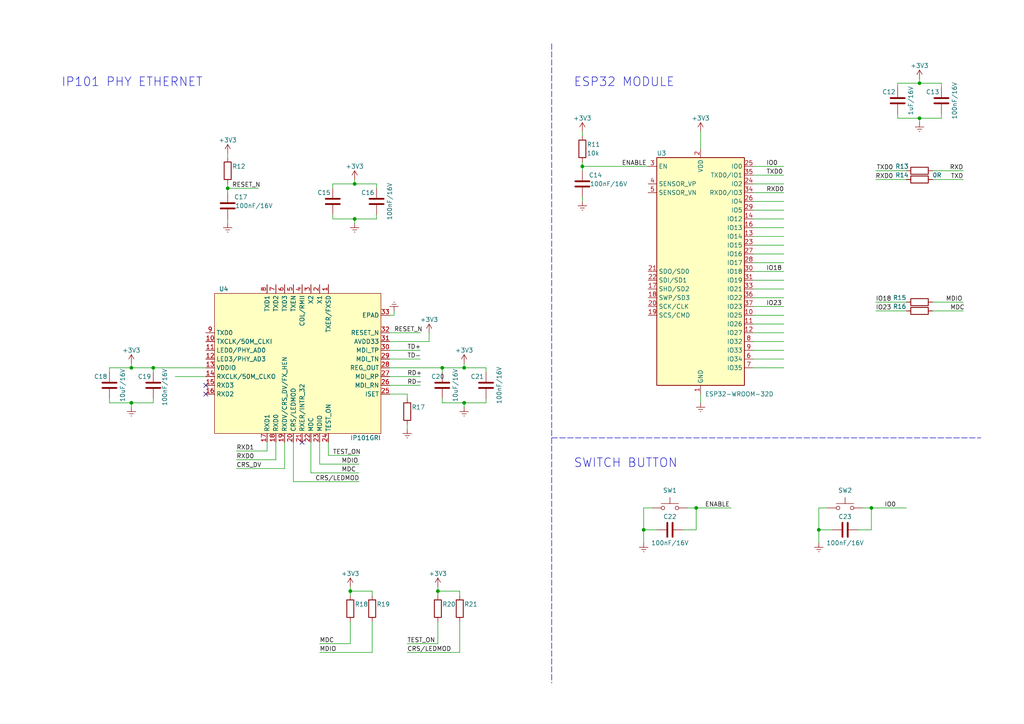
<source format=kicad_sch>
(kicad_sch (version 20211123) (generator eeschema)
  (paper "A4")
  (title_block (title "Módulo Espressif") (date "2022-06-24") (rev "v1.0"))
  (lib_symbols
    (symbol "Alexandre_Library:IP101GR"
      (property "Reference" "U" (at 1.27 1.27 0))
      (property "Value" "IP101GR" (at 5.08 -43.18 0))
      (symbol "IP101GR_0_0"
        (pin output line (at 15.24 -43.18 90) (length 2.54) (name "RXD1") (number "17"))
        (pin output line (at 17.78 -43.18 90) (length 2.54) (name "RXD0") (number "18"))
        (pin output line (at 20.32 -43.18 90) (length 2.54) (name "RXDV/CRS_DV/FX_HEN") (number "19"))
        (pin output line (at 22.86 -43.18 90) (length 2.54) (name "CRS/LEDMOD") (number "20"))
        (pin output line (at 25.4 -43.18 90) (length 2.54) (name "RXER/INTR_32") (number "21"))
        (pin input line (at 27.94 -43.18 90) (length 2.54) (name "MDC") (number "22"))
        (pin bidirectional line (at 30.48 -43.18 90) (length 2.54) (name "MDIO") (number "23"))
        (pin input line (at 33.02 -43.18 90) (length 2.54) (name "TEST_ON") (number "24"))
        (pin bidirectional line (at 50.8 -26.67 180) (length 2.54) (name "MDI_RN") (number "26"))
        (pin bidirectional line (at 50.8 -24.13 180) (length 2.54) (name "MDI_RP") (number "27"))
        (pin power_out line (at 50.8 -21.59 180) (length 2.54) (name "REG_OUT") (number "28"))
        (pin bidirectional line (at 50.8 -19.05 180) (length 2.54) (name "MDI_TN") (number "29"))
        (pin bidirectional line (at 50.8 -16.51 180) (length 2.54) (name "MDI_TP") (number "30"))
        (pin power_in line (at 50.8 -13.97 180) (length 2.54) (name "AVDD33") (number "31"))
        (pin input line (at 50.8 -11.43 180) (length 2.54) (name "RESET_N") (number "32"))
        (pin power_out line (at 50.8 -6.35 180) (length 2.54) (name "EPAD") (number "33"))
      )
      (symbol "IP101GR_0_1"
        (rectangle (start 0 0) (end 48.26 -40.64) (fill (type background)))
      )
      (symbol "IP101GR_1_1"
        (pin input line (at 33.02 2.54 270) (length 2.54) (name "TXER/FXSD") (number "1"))
        (pin bidirectional line (at -2.54 -13.97 0) (length 2.54) (name "TXCLK/50M_CLKI") (number "10"))
        (pin output line (at -2.54 -16.51 0) (length 2.54) (name "LED0/PHY_AD0") (number "11"))
        (pin output line (at -2.54 -19.05 0) (length 2.54) (name "LED3/PHY_AD3") (number "12"))
        (pin power_in line (at -2.54 -21.59 0) (length 2.54) (name "VDDIO") (number "13"))
        (pin output line (at -2.54 -24.13 0) (length 2.54) (name "RXCLK/50M_CLKO") (number "14"))
        (pin output line (at -2.54 -26.67 0) (length 2.54) (name "RXD3") (number "15"))
        (pin output line (at -2.54 -29.21 0) (length 2.54) (name "RXD2") (number "16"))
        (pin input line (at 30.48 2.54 270) (length 2.54) (name "X1") (number "2"))
        (pin input line (at 50.8 -29.21 180) (length 2.54) (name "ISET") (number "25"))
        (pin output line (at 27.94 2.54 270) (length 2.54) (name "X2") (number "3"))
        (pin output line (at 25.4 2.54 270) (length 2.54) (name "COL/RMII") (number "4"))
        (pin input line (at 22.86 2.54 270) (length 2.54) (name "TXEN") (number "5"))
        (pin input line (at 20.32 2.54 270) (length 2.54) (name "TXD3") (number "6"))
        (pin input line (at 17.78 2.54 270) (length 2.54) (name "TXD2") (number "7"))
        (pin input line (at 15.24 2.54 270) (length 2.54) (name "TXD1") (number "8"))
        (pin input line (at -2.54 -11.43 0) (length 2.54) (name "TXD0") (number "9"))
      )
    )
    (symbol "Device:C" (pin_numbers hide) (pin_names (offset 0.254))
      (property "Reference" "C" (at 0.635 2.54 0))
      (property "Value" "C" (at 0.635 -2.54 0))
      (symbol "C_0_1"
        (polyline (pts (xy -2.032 -0.762) (xy 2.032 -0.762)) (stroke (width 0.508)))
        (polyline (pts (xy -2.032 0.762) (xy 2.032 0.762)) (stroke (width 0.508)))
      )
      (symbol "C_1_1"
        (pin passive line (at 0 3.81 270) (length 2.794) (name "~") (number "1"))
        (pin passive line (at 0 -3.81 90) (length 2.794) (name "~") (number "2"))
      )
    )
    (symbol "Device:R" (pin_numbers hide) (pin_names (offset 0))
      (property "Reference" "R" (at 2.032 0 90))
      (property "Value" "R" (at 0 0 90))
      (symbol "R_0_1"
        (rectangle (start -1.016 -2.54) (end 1.016 2.54) (stroke (width 0.254)))
      )
      (symbol "R_1_1"
        (pin passive line (at 0 3.81 270) (length 1.27) (name "~") (number "1"))
        (pin passive line (at 0 -3.81 90) (length 1.27) (name "~") (number "2"))
      )
    )
    (symbol "RF_Module:ESP32-WROOM-32D"
      (property "Reference" "U" (at -12.7 34.29 0))
      (property "Value" "ESP32-WROOM-32D" (at 1.27 34.29 0))
      (symbol "ESP32-WROOM-32D_0_1"
        (rectangle (start -12.7 33.02) (end 12.7 -33.02) (stroke (width 0.254)) (fill (type background)))
      )
      (symbol "ESP32-WROOM-32D_1_1"
        (pin power_in line (at 0 -35.56 90) (length 2.54) (name "GND") (number "1"))
        (pin bidirectional line (at 15.24 -12.7 180) (length 2.54) (name "IO25") (number "10"))
        (pin bidirectional line (at 15.24 -15.24 180) (length 2.54) (name "IO26") (number "11"))
        (pin bidirectional line (at 15.24 -17.78 180) (length 2.54) (name "IO27") (number "12"))
        (pin bidirectional line (at 15.24 10.16 180) (length 2.54) (name "IO14") (number "13"))
        (pin bidirectional line (at 15.24 15.24 180) (length 2.54) (name "IO12") (number "14"))
        (pin passive line (at 0 -35.56 90) (length 2.54) hide (name "GND") (number "15"))
        (pin bidirectional line (at 15.24 12.7 180) (length 2.54) (name "IO13") (number "16"))
        (pin bidirectional line (at -15.24 -5.08 0) (length 2.54) (name "SHD/SD2") (number "17"))
        (pin bidirectional line (at -15.24 -7.62 0) (length 2.54) (name "SWP/SD3") (number "18"))
        (pin bidirectional line (at -15.24 -12.7 0) (length 2.54) (name "SCS/CMD") (number "19"))
        (pin power_in line (at 0 35.56 270) (length 2.54) (name "VDD") (number "2"))
        (pin bidirectional line (at -15.24 -10.16 0) (length 2.54) (name "SCK/CLK") (number "20"))
        (pin bidirectional line (at -15.24 0 0) (length 2.54) (name "SDO/SD0") (number "21"))
        (pin bidirectional line (at -15.24 -2.54 0) (length 2.54) (name "SDI/SD1") (number "22"))
        (pin bidirectional line (at 15.24 7.62 180) (length 2.54) (name "IO15") (number "23"))
        (pin bidirectional line (at 15.24 25.4 180) (length 2.54) (name "IO2") (number "24"))
        (pin bidirectional line (at 15.24 30.48 180) (length 2.54) (name "IO0") (number "25"))
        (pin bidirectional line (at 15.24 20.32 180) (length 2.54) (name "IO4") (number "26"))
        (pin bidirectional line (at 15.24 5.08 180) (length 2.54) (name "IO16") (number "27"))
        (pin bidirectional line (at 15.24 2.54 180) (length 2.54) (name "IO17") (number "28"))
        (pin bidirectional line (at 15.24 17.78 180) (length 2.54) (name "IO5") (number "29"))
        (pin input line (at -15.24 30.48 0) (length 2.54) (name "EN") (number "3"))
        (pin bidirectional line (at 15.24 0 180) (length 2.54) (name "IO18") (number "30"))
        (pin bidirectional line (at 15.24 -2.54 180) (length 2.54) (name "IO19") (number "31"))
        (pin no_connect line (at -12.7 -27.94 0) (length 2.54) hide (name "NC") (number "32"))
        (pin bidirectional line (at 15.24 -5.08 180) (length 2.54) (name "IO21") (number "33"))
        (pin bidirectional line (at 15.24 22.86 180) (length 2.54) (name "RXD0/IO3") (number "34"))
        (pin bidirectional line (at 15.24 27.94 180) (length 2.54) (name "TXD0/IO1") (number "35"))
        (pin bidirectional line (at 15.24 -7.62 180) (length 2.54) (name "IO22") (number "36"))
        (pin bidirectional line (at 15.24 -10.16 180) (length 2.54) (name "IO23") (number "37"))
        (pin passive line (at 0 -35.56 90) (length 2.54) hide (name "GND") (number "38"))
        (pin passive line (at 0 -35.56 90) (length 2.54) hide (name "GND") (number "39"))
        (pin input line (at -15.24 25.4 0) (length 2.54) (name "SENSOR_VP") (number "4"))
        (pin input line (at -15.24 22.86 0) (length 2.54) (name "SENSOR_VN") (number "5"))
        (pin input line (at 15.24 -25.4 180) (length 2.54) (name "IO34") (number "6"))
        (pin input line (at 15.24 -27.94 180) (length 2.54) (name "IO35") (number "7"))
        (pin bidirectional line (at 15.24 -20.32 180) (length 2.54) (name "IO32") (number "8"))
        (pin bidirectional line (at 15.24 -22.86 180) (length 2.54) (name "IO33") (number "9"))
      )
    )
    (symbol "Switch:SW_Push" (pin_numbers hide) (pin_names (offset 1.016) hide)
      (property "Reference" "SW" (at 1.27 2.54 0))
      (property "Value" "SW_Push" (at 0 -1.524 0))
      (symbol "SW_Push_0_1"
        (circle (center -2.032 0) (radius 0.508))
        (polyline (pts (xy 0 1.27) (xy 0 3.048)))
        (polyline (pts (xy 2.54 1.27) (xy -2.54 1.27)))
        (circle (center 2.032 0) (radius 0.508))
        (pin passive line (at -5.08 0 0) (length 2.54) (name "1") (number "1"))
        (pin passive line (at 5.08 0 180) (length 2.54) (name "2") (number "2"))
      )
    )
    (symbol "power:+3.3V" (power) (pin_names (offset 0))
      (property "Value" "+3.3V" (at 0 3.556 0))
      (symbol "+3.3V_0_1"
        (polyline (pts (xy -0.762 1.27) (xy 0 2.54)))
        (polyline (pts (xy 0 0) (xy 0 2.54)))
        (polyline (pts (xy 0 2.54) (xy 0.762 1.27)))
      )
      (symbol "+3.3V_1_1"
        (pin power_in line (at 0 0 90) (length 0) hide (name "+3V3") (number "1"))
      )
    )
    (symbol "power:GNDREF" (power) (pin_names (offset 0))
      (property "Value" "GNDREF" (at 0 -3.81 0))
      (symbol "GNDREF_0_1"
        (polyline (pts (xy -0.635 -1.905) (xy 0.635 -1.905)))
        (polyline (pts (xy -0.127 -2.54) (xy 0.127 -2.54)))
        (polyline (pts (xy 0 -1.27) (xy 0 0)))
        (polyline (pts (xy 1.27 -1.27) (xy -1.27 -1.27)))
      )
      (symbol "GNDREF_1_1"
        (pin power_in line (at 0 0 270) (length 0) hide (name "GNDREF") (number "1"))
      )
    )
  )
  (junction (at 252.73 147.32))
  (junction (at 266.7 24.13))
  (junction (at 102.87 63.5))
  (junction (at 134.62 116.84))
  (junction (at 66.04 54.61))
  (junction (at 237.49 153.67))
  (junction (at 201.93 147.32))
  (junction (at 134.62 106.68))
  (junction (at 38.1 116.84))
  (junction (at 102.87 53.34))
  (junction (at 127 171.45))
  (junction (at 38.1 106.68))
  (junction (at 168.91 48.26))
  (junction (at 186.69 153.67))
  (junction (at 101.6 171.45))
  (junction (at 44.45 106.68))
  (junction (at 266.7 34.29))
  (junction (at 128.27 106.68))
  (no_connect (at 87.63 128.27))
  (no_connect (at 59.69 111.76))
  (no_connect (at 59.69 114.3))
  (wire (pts (xy 218.44 101.6) (xy 227.33 101.6)))
  (wire (pts (xy 31.75 106.68) (xy 38.1 106.68)))
  (wire (pts (xy 218.44 58.42) (xy 227.33 58.42)))
  (wire (pts (xy 237.49 153.67) (xy 241.3 153.67)))
  (wire (pts (xy 128.27 107.95) (xy 128.27 106.68)))
  (wire (pts (xy 113.03 91.44) (xy 114.3 91.44)))
  (wire (pts (xy 113.03 114.3) (xy 118.11 114.3)))
  (wire (pts (xy 218.44 48.26) (xy 227.33 48.26)))
  (wire (pts (xy 102.87 63.5) (xy 109.22 63.5)))
  (wire (pts (xy 113.03 99.06) (xy 124.46 99.06)))
  (wire (pts (xy 168.91 48.26) (xy 168.91 49.53)))
  (wire (pts (xy 85.09 128.27) (xy 85.09 139.7)))
  (wire (pts (xy 250.19 147.32) (xy 252.73 147.32)))
  (wire (pts (xy 118.11 186.69) (xy 127 186.69)))
  (wire (pts (xy 133.35 171.45) (xy 127 171.45)))
  (wire (pts (xy 252.73 153.67) (xy 252.73 147.32)))
  (wire (pts (xy 68.58 135.89) (xy 82.55 135.89)))
  (wire (pts (xy 260.35 25.4) (xy 260.35 24.13)))
  (wire (pts (xy 168.91 46.99) (xy 168.91 48.26)))
  (wire (pts (xy 218.44 96.52) (xy 227.33 96.52)))
  (wire (pts (xy 95.25 132.08) (xy 104.14 132.08)))
  (wire (pts (xy 96.52 53.34) (xy 102.87 53.34)))
  (wire (pts (xy 96.52 63.5) (xy 102.87 63.5)))
  (wire (pts (xy 38.1 116.84) (xy 44.45 116.84)))
  (wire (pts (xy 66.04 44.45) (xy 66.04 45.72)))
  (wire (pts (xy 218.44 86.36) (xy 227.33 86.36)))
  (wire (pts (xy 38.1 105.41) (xy 38.1 106.68)))
  (wire (pts (xy 134.62 116.84) (xy 140.97 116.84)))
  (wire (pts (xy 96.52 62.23) (xy 96.52 63.5)))
  (wire (pts (xy 218.44 104.14) (xy 227.33 104.14)))
  (wire (pts (xy 218.44 73.66) (xy 227.33 73.66)))
  (wire (pts (xy 248.92 153.67) (xy 252.73 153.67)))
  (wire (pts (xy 90.17 137.16) (xy 104.14 137.16)))
  (wire (pts (xy 101.6 170.18) (xy 101.6 171.45)))
  (wire (pts (xy 59.69 109.22) (xy 50.8 109.22)))
  (polyline (pts (xy 160.02 12.7) (xy 160.02 198.12)))
  (wire (pts (xy 124.46 96.52) (xy 124.46 99.06)))
  (wire (pts (xy 118.11 189.23) (xy 133.35 189.23)))
  (wire (pts (xy 92.71 189.23) (xy 107.95 189.23)))
  (wire (pts (xy 186.69 153.67) (xy 190.5 153.67)))
  (wire (pts (xy 218.44 83.82) (xy 227.33 83.82)))
  (wire (pts (xy 273.05 25.4) (xy 273.05 24.13)))
  (wire (pts (xy 218.44 76.2) (xy 227.33 76.2)))
  (wire (pts (xy 218.44 71.12) (xy 227.33 71.12)))
  (wire (pts (xy 218.44 60.96) (xy 227.33 60.96)))
  (wire (pts (xy 260.35 33.02) (xy 260.35 34.29)))
  (wire (pts (xy 44.45 106.68) (xy 59.69 106.68)))
  (wire (pts (xy 38.1 116.84) (xy 38.1 118.11)))
  (wire (pts (xy 68.58 133.35) (xy 80.01 133.35)))
  (wire (pts (xy 201.93 153.67) (xy 201.93 147.32)))
  (wire (pts (xy 68.58 130.81) (xy 77.47 130.81)))
  (wire (pts (xy 140.97 107.95) (xy 140.97 106.68)))
  (wire (pts (xy 237.49 147.32) (xy 237.49 153.67)))
  (wire (pts (xy 113.03 96.52) (xy 121.92 96.52)))
  (wire (pts (xy 262.89 52.07) (xy 254 52.07)))
  (wire (pts (xy 134.62 105.41) (xy 134.62 106.68)))
  (wire (pts (xy 109.22 53.34) (xy 102.87 53.34)))
  (wire (pts (xy 44.45 106.68) (xy 38.1 106.68)))
  (wire (pts (xy 92.71 134.62) (xy 104.14 134.62)))
  (wire (pts (xy 260.35 24.13) (xy 266.7 24.13)))
  (wire (pts (xy 82.55 128.27) (xy 82.55 135.89)))
  (wire (pts (xy 92.71 128.27) (xy 92.71 134.62)))
  (wire (pts (xy 201.93 147.32) (xy 212.09 147.32)))
  (wire (pts (xy 31.75 115.57) (xy 31.75 116.84)))
  (wire (pts (xy 85.09 139.7) (xy 104.14 139.7)))
  (wire (pts (xy 113.03 106.68) (xy 128.27 106.68)))
  (wire (pts (xy 273.05 33.02) (xy 273.05 34.29)))
  (wire (pts (xy 273.05 24.13) (xy 266.7 24.13)))
  (wire (pts (xy 218.44 78.74) (xy 227.33 78.74)))
  (wire (pts (xy 113.03 104.14) (xy 121.92 104.14)))
  (wire (pts (xy 107.95 171.45) (xy 101.6 171.45)))
  (wire (pts (xy 203.2 38.1) (xy 203.2 43.18)))
  (wire (pts (xy 133.35 180.34) (xy 133.35 189.23)))
  (wire (pts (xy 189.23 147.32) (xy 186.69 147.32)))
  (wire (pts (xy 270.51 49.53) (xy 279.4 49.53)))
  (wire (pts (xy 168.91 57.15) (xy 168.91 58.42)))
  (wire (pts (xy 252.73 147.32) (xy 262.89 147.32)))
  (wire (pts (xy 140.97 115.57) (xy 140.97 116.84)))
  (wire (pts (xy 113.03 101.6) (xy 121.92 101.6)))
  (wire (pts (xy 168.91 48.26) (xy 187.96 48.26)))
  (wire (pts (xy 113.03 111.76) (xy 121.92 111.76)))
  (wire (pts (xy 240.03 147.32) (xy 237.49 147.32)))
  (wire (pts (xy 218.44 106.68) (xy 227.33 106.68)))
  (wire (pts (xy 31.75 107.95) (xy 31.75 106.68)))
  (wire (pts (xy 96.52 54.61) (xy 96.52 53.34)))
  (wire (pts (xy 107.95 180.34) (xy 107.95 189.23)))
  (wire (pts (xy 186.69 153.67) (xy 186.69 157.48)))
  (wire (pts (xy 107.95 172.72) (xy 107.95 171.45)))
  (wire (pts (xy 218.44 99.06) (xy 227.33 99.06)))
  (wire (pts (xy 186.69 147.32) (xy 186.69 153.67)))
  (wire (pts (xy 118.11 114.3) (xy 118.11 115.57)))
  (polyline (pts (xy 160.02 127) (xy 284.48 127)))
  (wire (pts (xy 133.35 172.72) (xy 133.35 171.45)))
  (wire (pts (xy 92.71 186.69) (xy 101.6 186.69)))
  (wire (pts (xy 31.75 116.84) (xy 38.1 116.84)))
  (wire (pts (xy 218.44 63.5) (xy 227.33 63.5)))
  (wire (pts (xy 77.47 128.27) (xy 77.47 130.81)))
  (wire (pts (xy 218.44 55.88) (xy 227.33 55.88)))
  (wire (pts (xy 218.44 53.34) (xy 227.33 53.34)))
  (wire (pts (xy 128.27 115.57) (xy 128.27 116.84)))
  (wire (pts (xy 270.51 52.07) (xy 279.4 52.07)))
  (wire (pts (xy 101.6 180.34) (xy 101.6 186.69)))
  (wire (pts (xy 127 171.45) (xy 127 172.72)))
  (wire (pts (xy 266.7 34.29) (xy 273.05 34.29)))
  (wire (pts (xy 109.22 54.61) (xy 109.22 53.34)))
  (wire (pts (xy 168.91 38.1) (xy 168.91 39.37)))
  (wire (pts (xy 102.87 63.5) (xy 102.87 64.77)))
  (wire (pts (xy 218.44 93.98) (xy 227.33 93.98)))
  (wire (pts (xy 90.17 128.27) (xy 90.17 137.16)))
  (wire (pts (xy 66.04 54.61) (xy 66.04 55.88)))
  (wire (pts (xy 102.87 52.07) (xy 102.87 53.34)))
  (wire (pts (xy 266.7 34.29) (xy 266.7 35.56)))
  (wire (pts (xy 218.44 50.8) (xy 227.33 50.8)))
  (wire (pts (xy 101.6 171.45) (xy 101.6 172.72)))
  (wire (pts (xy 128.27 116.84) (xy 134.62 116.84)))
  (wire (pts (xy 44.45 107.95) (xy 44.45 106.68)))
  (wire (pts (xy 66.04 54.61) (xy 74.93 54.61)))
  (wire (pts (xy 113.03 109.22) (xy 121.92 109.22)))
  (wire (pts (xy 262.89 49.53) (xy 254 49.53)))
  (wire (pts (xy 266.7 22.86) (xy 266.7 24.13)))
  (wire (pts (xy 118.11 123.19) (xy 118.11 124.46)))
  (wire (pts (xy 127 170.18) (xy 127 171.45)))
  (wire (pts (xy 218.44 66.04) (xy 227.33 66.04)))
  (wire (pts (xy 109.22 62.23) (xy 109.22 63.5)))
  (wire (pts (xy 203.2 114.3) (xy 203.2 116.84)))
  (wire (pts (xy 140.97 106.68) (xy 134.62 106.68)))
  (wire (pts (xy 270.51 87.63) (xy 279.4 87.63)))
  (wire (pts (xy 270.51 90.17) (xy 279.4 90.17)))
  (wire (pts (xy 237.49 153.67) (xy 237.49 157.48)))
  (wire (pts (xy 66.04 53.34) (xy 66.04 54.61)))
  (wire (pts (xy 260.35 34.29) (xy 266.7 34.29)))
  (wire (pts (xy 66.04 63.5) (xy 66.04 64.77)))
  (wire (pts (xy 218.44 91.44) (xy 227.33 91.44)))
  (wire (pts (xy 218.44 88.9) (xy 227.33 88.9)))
  (wire (pts (xy 80.01 128.27) (xy 80.01 133.35)))
  (wire (pts (xy 127 180.34) (xy 127 186.69)))
  (wire (pts (xy 44.45 115.57) (xy 44.45 116.84)))
  (wire (pts (xy 114.3 91.44) (xy 114.3 90.17)))
  (wire (pts (xy 128.27 106.68) (xy 134.62 106.68)))
  (wire (pts (xy 134.62 116.84) (xy 134.62 118.11)))
  (wire (pts (xy 218.44 81.28) (xy 227.33 81.28)))
  (wire (pts (xy 254 90.17) (xy 262.89 90.17)))
  (wire (pts (xy 199.39 147.32) (xy 201.93 147.32)))
  (wire (pts (xy 254 87.63) (xy 262.89 87.63)))
  (wire (pts (xy 198.12 153.67) (xy 201.93 153.67)))
  (wire (pts (xy 95.25 128.27) (xy 95.25 132.08)))
  (wire (pts (xy 218.44 68.58) (xy 227.33 68.58)))
  (text "SWITCH BUTTON" (at 166.37 135.89 0) (effects (font (size 2.54 2.54)) (justify left bottom)))
  (text "ESP32 MODULE" (at 166.37 25.4 0) (effects (font (size 2.54 2.54)) (justify left bottom)))
  (text "IP101 PHY ETHERNET" (at 17.78 25.4 0) (effects (font (size 2.54 2.54)) (justify left bottom)))
  (label "IO0" (at 222.25 48.26 0))
  (label "RXD1" (at 68.58 130.81 0))
  (label "IO0" (at 256.54 147.32 0))
  (label "TXD0" (at 259.08 49.53 180))
  (label "CRS{slash}LEDMOD" (at 118.11 189.23 0))
  (label "MDC" (at 275.59 90.17 0))
  (label "MDIO" (at 274.32 87.63 0))
  (label "IO23" (at 222.25 88.9 0))
  (label "RESET_N" (at 67.31 54.61 0))
  (label "RD+" (at 118.11 109.22 0))
  (label "TXD0" (at 222.25 50.8 0))
  (label "TEST_ON" (at 118.11 186.69 0))
  (label "ENABLE" (at 180.34 48.26 0))
  (label "RXD0" (at 222.25 55.88 0))
  (label "TD+" (at 118.11 101.6 0))
  (label "MDIO" (at 92.71 189.23 0))
  (label "MDC" (at 99.06 137.16 0))
  (label "MDC" (at 92.71 186.69 0))
  (label "RXD" (at 279.4 49.53 180))
  (label "TXD" (at 279.4 52.07 180))
  (label "ENABLE" (at 204.47 147.32 0))
  (label "RD-" (at 118.11 111.76 0))
  (label "CRS_DV" (at 68.58 135.89 0))
  (label "IO18" (at 222.25 78.74 0))
  (label "TD-" (at 118.11 104.14 0))
  (label "RXD0" (at 259.08 52.07 180))
  (label "MDIO" (at 99.06 134.62 0))
  (label "IO18" (at 254 87.63 0))
  (label "RESET_N" (at 114.3 96.52 0))
  (label "RXD0" (at 68.58 133.35 0))
  (label "TEST_ON" (at 96.52 132.08 0))
  (label "CRS{slash}LEDMOD" (at 91.44 139.7 0))
  (label "IO23" (at 254 90.17 0))
  (symbol (lib_id "Device:C") (at 245.11 153.67 270) (unit 1)
    (property "Reference" "C23" (at 245.11 149.86 90))
    (property "Value" "100nF/16V" (at 245.11 157.48 90))
    (property "Footprint" "Capacitor_SMD:C_0402_1005Metric_Pad0.74x0.62mm_HandSolder" (effects hide))
  )
  (symbol (lib_id "power:GNDREF") (at 114.3 90.17 180) (unit 1)
    (property "Reference" "#PWR041" (effects hide))
    (property "Value" "GNDREF" (effects hide))
  )
  (symbol (lib_id "Device:R") (at 266.7 49.53 270) (unit 1)
    (property "Reference" "R13" (at 261.62 48.26 90))
  )
  (symbol (lib_id "Switch:SW_Push") (at 245.11 147.32 0) (unit 1)
    (property "Reference" "SW2" (at 245.11 142.24 0))
    (property "Value" "SW_Push" (effects hide))
    (property "Footprint" "Button_Switch_SMD:SW_SPST_CK_RS282G05A3" (effects hide))
  )
  (symbol (lib_id "Device:C") (at 260.35 29.21 180) (unit 1)
    (property "Reference" "C12" (at 257.81 26.67 0))
    (property "Value" "1uF/16V" (at 264.16 29.21 90))
    (property "Footprint" "Capacitor_SMD:C_0603_1608Metric_Pad1.08x0.95mm_HandSolder" (effects hide))
  )
  (symbol (lib_id "Device:C") (at 194.31 153.67 270) (unit 1)
    (property "Reference" "C22" (at 194.31 149.86 90))
    (property "Value" "100nF/16V" (at 194.31 157.48 90))
    (property "Footprint" "Capacitor_SMD:C_0402_1005Metric_Pad0.74x0.62mm_HandSolder" (effects hide))
  )
  (symbol (lib_id "Device:R") (at 66.04 49.53 0) (unit 1)
    (property "Reference" "R12" (at 67.31 48.26 0) (effects (justify left)))
  )
  (symbol (lib_id "power:GNDREF") (at 186.69 157.48 0) (unit 1)
    (property "Reference" "#PWR049" (effects hide))
    (property "Value" "GNDREF" (effects hide))
  )
  (symbol (lib_id "power:+3.3V") (at 102.87 52.07 0) (unit 1)
    (property "Reference" "#PWR037" (effects hide))
    (property "Value" "+3.3V" (at 102.87 48.26 0))
  )
  (symbol (lib_id "power:+3.3V") (at 127 170.18 0) (unit 1)
    (property "Reference" "#PWR052" (effects hide))
    (property "Value" "+3.3V" (at 127 166.37 0))
  )
  (symbol (lib_id "power:GNDREF") (at 102.87 64.77 0) (unit 1)
    (property "Reference" "#PWR040" (effects hide))
    (property "Value" "GNDREF" (effects hide))
  )
  (symbol (lib_id "Device:C") (at 168.91 53.34 180) (unit 1)
    (property "Reference" "C14" (at 172.72 50.8 0))
    (property "Value" "100nF/16V" (at 176.53 53.34 0))
    (property "Footprint" "Capacitor_SMD:C_0402_1005Metric_Pad0.74x0.62mm_HandSolder" (effects hide))
  )
  (symbol (lib_id "Device:C") (at 44.45 111.76 180) (unit 1)
    (property "Reference" "C19" (at 41.91 109.22 0))
    (property "Value" "100nF/16V" (at 47.7855 112.315 90))
    (property "Footprint" "Capacitor_SMD:C_0402_1005Metric_Pad0.74x0.62mm_HandSolder" (effects hide))
  )
  (symbol (lib_id "Device:R") (at 107.95 176.53 0) (unit 1)
    (property "Reference" "R19" (at 109.22 175.26 0) (effects (justify left)))
  )
  (symbol (lib_id "power:+3.3V") (at 168.91 38.1 0) (unit 1)
    (property "Reference" "#PWR034" (effects hide))
    (property "Value" "+3.3V" (at 168.91 34.29 0))
  )
  (symbol (lib_id "power:GNDREF") (at 38.1 118.11 0) (unit 1)
    (property "Reference" "#PWR046" (effects hide))
    (property "Value" "GNDREF" (effects hide))
  )
  (symbol (lib_id "Device:C") (at 109.22 58.42 180) (unit 1)
    (property "Reference" "C16" (at 106.68 55.88 0))
    (property "Value" "100nF/16V" (at 113.03 58.42 90))
    (property "Footprint" "Capacitor_SMD:C_0402_1005Metric_Pad0.74x0.62mm_HandSolder" (effects hide))
  )
  (symbol (lib_id "Device:R") (at 133.35 176.53 0) (unit 1)
    (property "Reference" "R21" (at 134.62 175.26 0) (effects (justify left)))
  )
  (symbol (lib_id "Device:R") (at 118.11 119.38 0) (unit 1)
    (property "Reference" "R17" (at 119.38 118.11 0) (effects (justify left)))
  )
  (symbol (lib_id "Device:C") (at 128.27 111.76 180) (unit 1)
    (property "Reference" "C20" (at 127 109.22 0))
    (property "Value" "10uF/16V" (at 132.08 111.76 90))
    (property "Footprint" "Capacitor_SMD:C_0603_1608Metric_Pad1.08x0.95mm_HandSolder" (effects hide))
  )
  (symbol (lib_id "power:GNDREF") (at 66.04 64.77 0) (unit 1)
    (property "Reference" "#PWR039" (effects hide))
    (property "Value" "GNDREF" (effects hide))
  )
  (symbol (lib_id "power:+3.3V") (at 266.7 22.86 0) (unit 1)
    (property "Reference" "#PWR032" (effects hide))
    (property "Value" "+3.3V" (at 266.7 19.05 0))
  )
  (symbol (lib_id "Device:C") (at 96.52 58.42 180) (unit 1)
    (property "Reference" "C15" (at 93.98 55.88 0))
  )
  (symbol (lib_id "Device:R") (at 127 176.53 0) (unit 1)
    (property "Reference" "R20" (at 128.27 175.26 0) (effects (justify left)))
  )
  (symbol (lib_id "Device:R") (at 266.7 90.17 90) (unit 1)
    (property "Reference" "R16" (at 262.89 88.9 90) (effects (justify left)))
  )
  (symbol (lib_id "Device:R") (at 266.7 87.63 90) (unit 1)
    (property "Reference" "R15" (at 262.89 86.36 90) (effects (justify left)))
  )
  (symbol (lib_id "power:GNDREF") (at 266.7 35.56 0) (unit 1)
    (property "Reference" "#PWR033" (effects hide))
    (property "Value" "GNDREF" (effects hide))
  )
  (symbol (lib_id "Device:R") (at 168.91 43.18 0) (unit 1)
    (property "Reference" "R11" (at 170.18 41.91 0) (effects (justify left)))
    (property "Value" "10k" (at 170.18 44.45 0) (effects (justify left)))
  )
  (symbol (lib_id "power:+3.3V") (at 101.6 170.18 0) (unit 1)
    (property "Reference" "#PWR051" (effects hide))
    (property "Value" "+3.3V" (at 101.6 166.37 0))
  )
  (symbol (lib_id "power:GNDREF") (at 118.11 124.46 0) (unit 1)
    (property "Reference" "#PWR048" (effects hide))
    (property "Value" "GNDREF" (effects hide))
  )
  (symbol (lib_id "power:+3.3V") (at 134.62 105.41 0) (unit 1)
    (property "Reference" "#PWR044" (effects hide))
    (property "Value" "+3.3V" (at 134.62 101.6 0))
  )
  (symbol (lib_id "Device:C") (at 66.04 59.69 180) (unit 1)
    (property "Reference" "C17" (at 69.85 57.15 0))
    (property "Value" "100nF/16V" (at 73.66 59.69 0))
    (property "Footprint" "Capacitor_SMD:C_0402_1005Metric_Pad0.74x0.62mm_HandSolder" (effects hide))
  )
  (symbol (lib_id "power:+3.3V") (at 38.1 105.41 0) (unit 1)
    (property "Reference" "#PWR043" (effects hide))
    (property "Value" "+3.3V" (at 38.1 101.6 0))
  )
  (symbol (lib_id "Device:R") (at 101.6 176.53 0) (unit 1)
    (property "Reference" "R18" (at 102.87 175.26 0) (effects (justify left)))
  )
  (symbol (lib_id "Device:C") (at 140.97 111.76 180) (unit 1)
    (property "Reference" "C21" (at 138.43 109.22 0))
    (property "Value" "100nF/16V" (at 144.78 111.76 90))
    (property "Footprint" "Capacitor_SMD:C_0402_1005Metric_Pad0.74x0.62mm_HandSolder" (effects hide))
  )
  (symbol (lib_id "Device:R") (at 266.7 52.07 270) (unit 1)
    (property "Reference" "R14" (at 261.62 50.8 90))
    (property "Value" "0R" (at 271.78 50.8 90))
    (property "Footprint" "Resistor_SMD:R_0402_1005Metric_Pad0.72x0.64mm_HandSolder" (effects hide))
  )
  (symbol (lib_id "power:GNDREF") (at 168.91 58.42 0) (unit 1)
    (property "Reference" "#PWR038" (effects hide))
    (property "Value" "GNDREF" (effects hide))
  )
  (symbol (lib_id "power:+3.3V") (at 66.04 44.45 0) (unit 1)
    (property "Reference" "#PWR036" (effects hide))
    (property "Value" "+3.3V" (at 66.04 40.64 0))
  )
  (symbol (lib_id "power:GNDREF") (at 134.62 118.11 0) (unit 1)
    (property "Reference" "#PWR047" (effects hide))
    (property "Value" "GNDREF" (effects hide))
  )
  (symbol (lib_id "power:+3.3V") (at 124.46 96.52 0) (unit 1)
    (property "Reference" "#PWR042" (effects hide))
    (property "Value" "+3.3V" (at 124.46 92.71 0))
  )
  (symbol (lib_id "power:GNDREF") (at 203.2 116.84 0) (unit 1)
    (property "Reference" "#PWR045" (effects hide))
    (property "Value" "GNDREF" (effects hide))
  )
  (symbol (lib_id "Alexandre_Library:IP101GR") (at 62.23 85.09 0) (unit 1)
    (property "Reference" "U4" (at 63.5 83.82 0) (effects (justify left)))
    (property "Value" "IP101GRI" (at 101.6 127 0) (effects (justify left)))
    (property "Footprint" "Package_DFN_QFN:QFN-32-1EP_4x4mm_P0.4mm_EP2.9x2.9mm_ThermalVias" (effects hide))
  )
  (symbol (lib_id "power:GNDREF") (at 237.49 157.48 0) (unit 1)
    (property "Reference" "#PWR050" (effects hide))
    (property "Value" "GNDREF" (effects hide))
  )
  (symbol (lib_id "Device:C") (at 31.75 111.76 180) (unit 1)
    (property "Reference" "C18" (at 29.21 109.22 0))
    (property "Value" "10uF/16V" (at 35.56 111.76 90))
    (property "Footprint" "Capacitor_SMD:C_0603_1608Metric_Pad1.08x0.95mm_HandSolder" (effects hide))
  )
  (symbol (lib_id "power:+3.3V") (at 203.2 38.1 0) (unit 1)
    (property "Reference" "#PWR035" (effects hide))
    (property "Value" "+3.3V" (at 203.2 34.29 0))
  )
  (symbol (lib_id "Switch:SW_Push") (at 194.31 147.32 0) (unit 1)
    (property "Reference" "SW1" (at 194.31 142.24 0))
    (property "Value" "SW_Push" (effects hide))
    (property "Footprint" "Button_Switch_SMD:SW_SPST_CK_RS282G05A3" (effects hide))
  )
  (symbol (lib_id "Device:C") (at 273.05 29.21 180) (unit 1)
    (property "Reference" "C13" (at 270.51 26.67 0))
    (property "Value" "100nF/16V" (at 276.86 29.21 90))
    (property "Footprint" "Capacitor_SMD:C_0402_1005Metric_Pad0.74x0.62mm_HandSolder" (effects hide))
  )
  (symbol (lib_id "RF_Module:ESP32-WROOM-32D") (at 203.2 78.74 0) (unit 1)
    (property "Reference" "U3" (at 190.5 44.45 0) (effects (justify left)))
    (property "Value" "ESP32-WROOM-32D" (at 204.47 114.3 0) (effects (justify left)))
    (property "Footprint" "RF_Module:ESP32-WROOM-32" (effects hide))
    (property "Datasheet" "https://www.espressif.com/sites/default/files/documentation/esp32-wroom-32d_esp32-wroom-32u_datasheet_en.pdf" (effects hide))
  )
)
</source>
